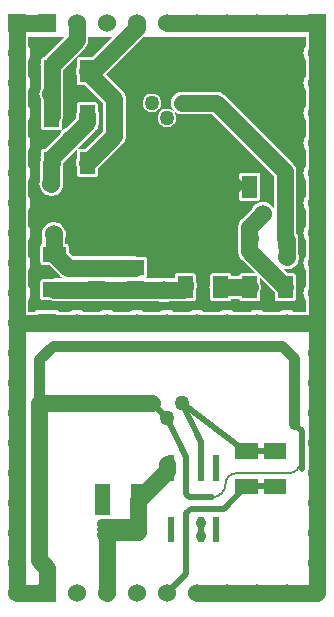
<source format=gtl>
G04 start of page 2 for group 0 idx 0 *
G04 Title: (unknown), component *
G04 Creator: pcb 20140316 *
G04 CreationDate: Fri 08 May 2015 01:38:14 PM GMT UTC *
G04 For: fosse *
G04 Format: Gerber/RS-274X *
G04 PCB-Dimensions (mil): 1250.00 2150.00 *
G04 PCB-Coordinate-Origin: lower left *
%MOIN*%
%FSLAX25Y25*%
%LNTOP*%
%ADD24C,0.0225*%
%ADD23C,0.0380*%
%ADD22C,0.0360*%
%ADD21R,0.2900X0.2900*%
%ADD20R,0.0200X0.0200*%
%ADD19R,0.0512X0.0512*%
%ADD18C,0.0500*%
%ADD17C,0.0600*%
%ADD16C,0.0070*%
%ADD15C,0.0200*%
%ADD14C,0.0150*%
%ADD13C,0.0350*%
%ADD12C,0.0550*%
%ADD11C,0.0001*%
G54D11*G36*
X88095Y124102D02*X89958Y122239D01*
X88095Y122236D01*
Y124102D01*
G37*
G36*
Y162602D02*X96155Y154542D01*
Y143628D01*
X96075Y143822D01*
X95746Y144358D01*
X95337Y144837D01*
X94858Y145246D01*
X94322Y145575D01*
X93740Y145816D01*
X93128Y145963D01*
X92500Y146012D01*
X91872Y145963D01*
X91260Y145816D01*
X90678Y145575D01*
X90142Y145246D01*
X89663Y144837D01*
X89254Y144358D01*
X88925Y143822D01*
X88859Y143662D01*
X88095Y142898D01*
Y146264D01*
X90811Y146269D01*
X90964Y146306D01*
X91109Y146366D01*
X91244Y146448D01*
X91363Y146551D01*
X91466Y146670D01*
X91548Y146805D01*
X91608Y146950D01*
X91645Y147103D01*
X91654Y147260D01*
X91645Y154897D01*
X91608Y155050D01*
X91548Y155195D01*
X91466Y155330D01*
X91363Y155449D01*
X91244Y155552D01*
X91109Y155634D01*
X90964Y155694D01*
X90811Y155731D01*
X90654Y155740D01*
X88095Y155736D01*
Y162602D01*
G37*
G36*
Y201000D02*X90324D01*
X90500Y200986D01*
X90676Y201000D01*
X100324D01*
X100500Y200986D01*
X100676Y201000D01*
X106750D01*
Y197993D01*
X106478Y197549D01*
X106207Y196895D01*
X106042Y196206D01*
X105986Y195500D01*
X106042Y194794D01*
X106207Y194105D01*
X106478Y193451D01*
X106750Y193007D01*
Y187993D01*
X106478Y187549D01*
X106207Y186895D01*
X106042Y186206D01*
X105986Y185500D01*
X106042Y184794D01*
X106207Y184105D01*
X106478Y183451D01*
X106750Y183007D01*
Y177993D01*
X106478Y177549D01*
X106207Y176895D01*
X106042Y176206D01*
X105986Y175500D01*
X106042Y174794D01*
X106207Y174105D01*
X106478Y173451D01*
X106750Y173007D01*
Y167993D01*
X106478Y167549D01*
X106207Y166895D01*
X106042Y166206D01*
X105986Y165500D01*
X106042Y164794D01*
X106207Y164105D01*
X106478Y163451D01*
X106750Y163007D01*
Y157993D01*
X106478Y157549D01*
X106207Y156895D01*
X106042Y156206D01*
X105986Y155500D01*
X106042Y154794D01*
X106207Y154105D01*
X106478Y153451D01*
X106750Y153007D01*
Y147993D01*
X106478Y147549D01*
X106207Y146895D01*
X106042Y146206D01*
X105986Y145500D01*
X106042Y144794D01*
X106207Y144105D01*
X106478Y143451D01*
X106750Y143007D01*
Y137993D01*
X106478Y137549D01*
X106207Y136895D01*
X106042Y136206D01*
X105986Y135500D01*
X106042Y134794D01*
X106207Y134105D01*
X106478Y133451D01*
X106750Y133007D01*
Y127993D01*
X106478Y127549D01*
X106207Y126895D01*
X106042Y126206D01*
X105986Y125500D01*
X106042Y124794D01*
X106207Y124105D01*
X106478Y123451D01*
X106750Y123007D01*
Y117993D01*
X106478Y117549D01*
X106207Y116895D01*
X106042Y116206D01*
X105986Y115500D01*
X106042Y114794D01*
X106207Y114105D01*
X106478Y113451D01*
X106750Y113007D01*
Y109250D01*
X102993D01*
X102549Y109522D01*
X101895Y109793D01*
X101206Y109958D01*
X100500Y110014D01*
X99794Y109958D01*
X99105Y109793D01*
X98451Y109522D01*
X98007Y109250D01*
X92993D01*
X92549Y109522D01*
X91895Y109793D01*
X91206Y109958D01*
X90500Y110014D01*
X89794Y109958D01*
X89105Y109793D01*
X88451Y109522D01*
X88095Y109304D01*
Y112764D01*
X90811Y112769D01*
X90964Y112806D01*
X91109Y112866D01*
X91244Y112948D01*
X91363Y113051D01*
X91466Y113170D01*
X91548Y113305D01*
X91608Y113450D01*
X91645Y113603D01*
X91654Y113760D01*
X91651Y116286D01*
X91672Y116338D01*
X91810Y116912D01*
X91856Y117500D01*
X91810Y118088D01*
X91672Y118662D01*
X91648Y118721D01*
X91646Y120551D01*
X96353Y115844D01*
X96355Y113603D01*
X96392Y113450D01*
X96452Y113305D01*
X96534Y113170D01*
X96637Y113051D01*
X96756Y112948D01*
X96891Y112866D01*
X97036Y112806D01*
X97189Y112769D01*
X97346Y112760D01*
X102621Y112769D01*
X102774Y112806D01*
X102919Y112866D01*
X103054Y112948D01*
X103173Y113051D01*
X103276Y113170D01*
X103358Y113305D01*
X103418Y113450D01*
X103455Y113603D01*
X103464Y113760D01*
X103461Y116285D01*
X103483Y116338D01*
X103620Y116912D01*
X103643Y117291D01*
X103667Y117595D01*
X103620Y118183D01*
X103620Y118183D01*
X103483Y118757D01*
X103458Y118817D01*
X103455Y121397D01*
X103418Y121550D01*
X103358Y121695D01*
X103276Y121830D01*
X103173Y121949D01*
X103054Y122052D01*
X102919Y122134D01*
X102774Y122194D01*
X102621Y122231D01*
X102464Y122240D01*
X100567Y122237D01*
X99020Y123784D01*
X99260Y123684D01*
X99872Y123537D01*
X100500Y123488D01*
X101128Y123537D01*
X101740Y123684D01*
X102322Y123925D01*
X102858Y124254D01*
X103337Y124663D01*
X103746Y125142D01*
X104075Y125678D01*
X104316Y126260D01*
X104463Y126872D01*
X104500Y127500D01*
X104463Y128128D01*
X104316Y128740D01*
X104250Y128899D01*
Y133258D01*
X104262Y133405D01*
X104215Y133993D01*
X104215Y133994D01*
X104077Y134568D01*
X103852Y135113D01*
X103655Y135433D01*
Y155948D01*
X103667Y156095D01*
X103620Y156683D01*
X103620Y156683D01*
X103483Y157257D01*
X103257Y157803D01*
X102948Y158306D01*
X102565Y158755D01*
X102453Y158850D01*
X88095Y173208D01*
Y201000D01*
G37*
G36*
Y109304D02*X88007Y109250D01*
X82993D01*
X82549Y109522D01*
X81895Y109793D01*
X81206Y109958D01*
X80500Y110014D01*
X79794Y109958D01*
X79105Y109793D01*
X78451Y109522D01*
X78007Y109250D01*
X72993D01*
X72549Y109522D01*
X71895Y109793D01*
X71206Y109958D01*
X70500Y110014D01*
X69794Y109958D01*
X69105Y109793D01*
X68451Y109522D01*
X68007Y109250D01*
X62993D01*
X62750Y109399D01*
Y112940D01*
X63460D01*
X63581Y112866D01*
X63726Y112806D01*
X63879Y112769D01*
X64036Y112760D01*
X69311Y112769D01*
X69464Y112806D01*
X69609Y112866D01*
X69744Y112948D01*
X69863Y113051D01*
X69966Y113170D01*
X70048Y113305D01*
X70108Y113450D01*
X70145Y113603D01*
X70154Y113760D01*
X70151Y116286D01*
X70172Y116338D01*
X70310Y116912D01*
X70357Y117500D01*
X70345Y117647D01*
Y118595D01*
X70310Y119183D01*
X70172Y119757D01*
X70147Y119820D01*
X70145Y121397D01*
X70108Y121550D01*
X70048Y121695D01*
X69966Y121830D01*
X69863Y121949D01*
X69744Y122052D01*
X69609Y122134D01*
X69464Y122194D01*
X69311Y122231D01*
X69154Y122240D01*
X67488Y122237D01*
X67183Y122310D01*
X66595Y122356D01*
X66007Y122310D01*
X65689Y122234D01*
X63879Y122231D01*
X63726Y122194D01*
X63581Y122134D01*
X63446Y122052D01*
X63327Y121949D01*
X63224Y121830D01*
X63142Y121695D01*
X63082Y121550D01*
X63045Y121397D01*
X63036Y121240D01*
X63037Y120440D01*
X62750D01*
Y129005D01*
X81657Y129009D01*
X81810Y129046D01*
X81955Y129106D01*
X82090Y129188D01*
X82209Y129291D01*
X82312Y129410D01*
X82394Y129545D01*
X82454Y129690D01*
X82491Y129843D01*
X82500Y130000D01*
X82491Y159157D01*
X82454Y159310D01*
X82394Y159455D01*
X82312Y159590D01*
X82209Y159709D01*
X82090Y159812D01*
X81955Y159894D01*
X81810Y159954D01*
X81657Y159991D01*
X81500Y160000D01*
X62750Y159995D01*
Y171861D01*
X63016Y172172D01*
X63271Y172588D01*
X63457Y173039D01*
X63571Y173514D01*
X63600Y174000D01*
X63571Y174486D01*
X63457Y174961D01*
X63271Y175412D01*
X63016Y175828D01*
X62750Y176139D01*
Y176446D01*
X62840Y176340D01*
X63289Y175957D01*
X63792Y175648D01*
X64338Y175423D01*
X64912Y175285D01*
X65500Y175250D01*
X75447D01*
X88095Y162602D01*
Y155736D01*
X85379Y155731D01*
X85226Y155694D01*
X85081Y155634D01*
X84946Y155552D01*
X84827Y155449D01*
X84724Y155330D01*
X84642Y155195D01*
X84582Y155050D01*
X84545Y154897D01*
X84536Y154740D01*
X84545Y147103D01*
X84582Y146950D01*
X84642Y146805D01*
X84724Y146670D01*
X84827Y146551D01*
X84946Y146448D01*
X85081Y146366D01*
X85226Y146306D01*
X85379Y146269D01*
X85536Y146260D01*
X88095Y146264D01*
Y142898D01*
X85452Y140256D01*
X85340Y140160D01*
X84957Y139711D01*
X84648Y139208D01*
X84423Y138662D01*
X84285Y138088D01*
X84285Y138088D01*
X84238Y137500D01*
X84250Y137353D01*
Y134052D01*
X84238Y133905D01*
X84250Y133758D01*
Y129647D01*
X84238Y129500D01*
X84285Y128912D01*
X84423Y128338D01*
X84648Y127792D01*
X84957Y127289D01*
X84957Y127289D01*
X85340Y126840D01*
X85452Y126744D01*
X88095Y124102D01*
Y122236D01*
X85379Y122231D01*
X85226Y122194D01*
X85081Y122134D01*
X84946Y122052D01*
X84827Y121949D01*
X84724Y121830D01*
X84642Y121695D01*
X84582Y121550D01*
X84545Y121397D01*
X84537Y121250D01*
X81955D01*
X81955Y121397D01*
X81918Y121550D01*
X81858Y121695D01*
X81776Y121830D01*
X81673Y121949D01*
X81554Y122052D01*
X81419Y122134D01*
X81274Y122194D01*
X81121Y122231D01*
X80964Y122240D01*
X75689Y122231D01*
X75536Y122194D01*
X75391Y122134D01*
X75256Y122052D01*
X75137Y121949D01*
X75034Y121830D01*
X74952Y121695D01*
X74892Y121550D01*
X74855Y121397D01*
X74846Y121240D01*
X74849Y118714D01*
X74828Y118662D01*
X74690Y118088D01*
X74644Y117500D01*
X74690Y116912D01*
X74828Y116338D01*
X74852Y116279D01*
X74855Y113603D01*
X74892Y113450D01*
X74952Y113305D01*
X75034Y113170D01*
X75137Y113051D01*
X75256Y112948D01*
X75391Y112866D01*
X75536Y112806D01*
X75689Y112769D01*
X75846Y112760D01*
X81121Y112769D01*
X81274Y112806D01*
X81419Y112866D01*
X81554Y112948D01*
X81673Y113051D01*
X81776Y113170D01*
X81858Y113305D01*
X81918Y113450D01*
X81955Y113603D01*
X81963Y113750D01*
X84545D01*
X84545Y113603D01*
X84582Y113450D01*
X84642Y113305D01*
X84724Y113170D01*
X84827Y113051D01*
X84946Y112948D01*
X85081Y112866D01*
X85226Y112806D01*
X85379Y112769D01*
X85536Y112760D01*
X88095Y112764D01*
Y109304D01*
G37*
G36*
X62750Y201000D02*X70324D01*
X70500Y200986D01*
X70676Y201000D01*
X80324D01*
X80500Y200986D01*
X80676Y201000D01*
X88095D01*
Y173208D01*
X79756Y181548D01*
X79660Y181660D01*
X79211Y182043D01*
X78708Y182352D01*
X78162Y182577D01*
X77588Y182715D01*
X77588Y182715D01*
X77000Y182762D01*
X76853Y182750D01*
X65500D01*
X64912Y182715D01*
X64338Y182577D01*
X63792Y182352D01*
X63289Y182043D01*
X62840Y181660D01*
X62750Y181554D01*
Y201000D01*
G37*
G36*
X27875Y112940D02*X57654D01*
X57678Y112925D01*
X58260Y112684D01*
X58872Y112537D01*
X59500Y112488D01*
X60128Y112537D01*
X60740Y112684D01*
X61322Y112925D01*
X61346Y112940D01*
X62750D01*
Y109399D01*
X62549Y109522D01*
X61895Y109793D01*
X61206Y109958D01*
X60500Y110014D01*
X59794Y109958D01*
X59105Y109793D01*
X58451Y109522D01*
X58007Y109250D01*
X52993D01*
X52549Y109522D01*
X51895Y109793D01*
X51206Y109958D01*
X50500Y110014D01*
X49794Y109958D01*
X49105Y109793D01*
X48451Y109522D01*
X48007Y109250D01*
X42993D01*
X42549Y109522D01*
X41895Y109793D01*
X41206Y109958D01*
X40500Y110014D01*
X39794Y109958D01*
X39105Y109793D01*
X38451Y109522D01*
X38007Y109250D01*
X32993D01*
X32549Y109522D01*
X31895Y109793D01*
X31206Y109958D01*
X30500Y110014D01*
X29794Y109958D01*
X29105Y109793D01*
X28451Y109522D01*
X28007Y109250D01*
X27875D01*
Y112940D01*
G37*
G36*
X55495Y129003D02*X62750Y129005D01*
Y120440D01*
X60223D01*
X60128Y120463D01*
X59500Y120512D01*
X58872Y120463D01*
X58777Y120440D01*
X55495D01*
Y129003D01*
G37*
G36*
Y201000D02*X60324D01*
X60500Y200986D01*
X60676Y201000D01*
X62750D01*
Y181554D01*
X62457Y181211D01*
X62148Y180708D01*
X61923Y180162D01*
X61785Y179588D01*
X61738Y179000D01*
X61785Y178412D01*
X61923Y177838D01*
X62148Y177292D01*
X62457Y176789D01*
X62750Y176446D01*
Y176139D01*
X62699Y176199D01*
X62328Y176516D01*
X61912Y176771D01*
X61461Y176957D01*
X60986Y177071D01*
X60500Y177110D01*
X60014Y177071D01*
X59539Y176957D01*
X59088Y176771D01*
X58672Y176516D01*
X58301Y176199D01*
X57984Y175828D01*
X57729Y175412D01*
X57543Y174961D01*
X57429Y174486D01*
X57390Y174000D01*
X57429Y173514D01*
X57543Y173039D01*
X57729Y172588D01*
X57984Y172172D01*
X58301Y171801D01*
X58672Y171484D01*
X59088Y171229D01*
X59539Y171043D01*
X60014Y170929D01*
X60500Y170890D01*
X60986Y170929D01*
X61461Y171043D01*
X61912Y171229D01*
X62328Y171484D01*
X62699Y171801D01*
X62750Y171861D01*
Y159995D01*
X55495Y159994D01*
Y175891D01*
X55500Y175890D01*
X55986Y175929D01*
X56461Y176043D01*
X56912Y176229D01*
X57328Y176484D01*
X57699Y176801D01*
X58016Y177172D01*
X58271Y177588D01*
X58457Y178039D01*
X58571Y178514D01*
X58600Y179000D01*
X58571Y179486D01*
X58457Y179961D01*
X58271Y180412D01*
X58016Y180828D01*
X57699Y181199D01*
X57328Y181516D01*
X56912Y181771D01*
X56461Y181957D01*
X55986Y182071D01*
X55500Y182110D01*
X55495Y182109D01*
Y201000D01*
G37*
G36*
X27875Y192071D02*X33048Y197244D01*
X33160Y197340D01*
X33543Y197789D01*
X33543Y197789D01*
X33543Y197789D01*
X33852Y198292D01*
X34077Y198838D01*
X34183Y199276D01*
X34215Y199412D01*
Y199412D01*
X34215Y199412D01*
X34262Y200000D01*
X34250Y200147D01*
Y201000D01*
X40324D01*
X40500Y200986D01*
X40676Y201000D01*
X42197D01*
X35435Y194238D01*
X31189Y194231D01*
X31036Y194194D01*
X30891Y194134D01*
X30756Y194052D01*
X30637Y193949D01*
X30534Y193830D01*
X30452Y193695D01*
X30392Y193550D01*
X30355Y193397D01*
X30346Y193240D01*
X30349Y190714D01*
X30328Y190662D01*
X30190Y190088D01*
X30143Y189500D01*
X30190Y188912D01*
X30328Y188338D01*
X30352Y188279D01*
X30355Y185603D01*
X30392Y185450D01*
X30452Y185305D01*
X30534Y185170D01*
X30637Y185051D01*
X30756Y184948D01*
X30891Y184866D01*
X31036Y184806D01*
X31189Y184769D01*
X31346Y184760D01*
X33338Y184764D01*
X39250Y178852D01*
Y169553D01*
X33431Y163735D01*
X31189Y163731D01*
X31036Y163694D01*
X30891Y163634D01*
X30756Y163552D01*
X30637Y163449D01*
X30534Y163330D01*
X30452Y163195D01*
X30392Y163050D01*
X30355Y162897D01*
X30346Y162740D01*
X30349Y160214D01*
X30328Y160162D01*
X30190Y159588D01*
X30143Y159000D01*
X30190Y158412D01*
X30328Y157838D01*
X30352Y157779D01*
X30355Y155103D01*
X30392Y154950D01*
X30452Y154805D01*
X30534Y154670D01*
X30637Y154551D01*
X30756Y154448D01*
X30891Y154366D01*
X31036Y154306D01*
X31189Y154269D01*
X31346Y154260D01*
X36621Y154269D01*
X36774Y154306D01*
X36919Y154366D01*
X37054Y154448D01*
X37173Y154551D01*
X37276Y154670D01*
X37358Y154805D01*
X37418Y154950D01*
X37455Y155103D01*
X37464Y155260D01*
X37462Y157158D01*
X45548Y165244D01*
X45660Y165340D01*
X46043Y165789D01*
X46043Y165789D01*
X46352Y166292D01*
X46577Y166838D01*
X46715Y167412D01*
X46762Y168000D01*
X46750Y168147D01*
Y180258D01*
X46762Y180405D01*
X46715Y180993D01*
X46715Y180994D01*
X46577Y181568D01*
X46577Y181568D01*
X46468Y181832D01*
X46352Y182113D01*
X46352Y182113D01*
X46352Y182113D01*
X46143Y182453D01*
X46043Y182616D01*
X46043Y182616D01*
X46043Y182616D01*
X46043Y182616D01*
X45660Y183065D01*
X45548Y183161D01*
X40256Y188453D01*
X52803Y201000D01*
X55495D01*
Y182109D01*
X55014Y182071D01*
X54539Y181957D01*
X54088Y181771D01*
X53672Y181516D01*
X53301Y181199D01*
X52984Y180828D01*
X52729Y180412D01*
X52543Y179961D01*
X52429Y179486D01*
X52390Y179000D01*
X52429Y178514D01*
X52543Y178039D01*
X52729Y177588D01*
X52984Y177172D01*
X53301Y176801D01*
X53672Y176484D01*
X54088Y176229D01*
X54539Y176043D01*
X55014Y175929D01*
X55495Y175891D01*
Y159994D01*
X43843Y159991D01*
X43690Y159954D01*
X43545Y159894D01*
X43410Y159812D01*
X43291Y159709D01*
X43188Y159590D01*
X43106Y159455D01*
X43046Y159310D01*
X43009Y159157D01*
X43000Y159000D01*
X43009Y129843D01*
X43046Y129690D01*
X43106Y129545D01*
X43188Y129410D01*
X43291Y129291D01*
X43410Y129188D01*
X43545Y129106D01*
X43690Y129046D01*
X43843Y129009D01*
X44000Y129000D01*
X55495Y129003D01*
Y120440D01*
X53334D01*
X53262Y120470D01*
X53137Y120500D01*
X53262Y120530D01*
X53407Y120590D01*
X53542Y120672D01*
X53661Y120775D01*
X53764Y120894D01*
X53846Y121029D01*
X53906Y121174D01*
X53943Y121327D01*
X53952Y121484D01*
X53943Y126759D01*
X53906Y126912D01*
X53846Y127057D01*
X53764Y127192D01*
X53661Y127311D01*
X53542Y127414D01*
X53407Y127496D01*
X53262Y127556D01*
X53109Y127593D01*
X52952Y127602D01*
X51213Y127599D01*
X51162Y127620D01*
X50588Y127758D01*
X50000Y127793D01*
X29010D01*
X27875Y128928D01*
Y161071D01*
X30162Y163359D01*
X30322Y163425D01*
X30858Y163754D01*
X31337Y164163D01*
X31746Y164642D01*
X32075Y165178D01*
X32141Y165338D01*
X36548Y169744D01*
X36577Y169769D01*
X36621Y169769D01*
X36774Y169806D01*
X36919Y169866D01*
X37054Y169948D01*
X37173Y170051D01*
X37276Y170170D01*
X37358Y170305D01*
X37418Y170450D01*
X37455Y170603D01*
X37464Y170760D01*
X37464Y171063D01*
X37577Y171338D01*
X37577Y171338D01*
X37715Y171912D01*
X37762Y172500D01*
X37750Y172647D01*
Y175000D01*
X37715Y175588D01*
X37577Y176162D01*
X37457Y176453D01*
X37455Y178397D01*
X37418Y178550D01*
X37358Y178695D01*
X37276Y178830D01*
X37173Y178949D01*
X37054Y179052D01*
X36919Y179134D01*
X36774Y179194D01*
X36621Y179231D01*
X36464Y179240D01*
X31189Y179231D01*
X31036Y179194D01*
X30891Y179134D01*
X30756Y179052D01*
X30637Y178949D01*
X30534Y178830D01*
X30452Y178695D01*
X30392Y178550D01*
X30355Y178397D01*
X30346Y178240D01*
X30349Y175856D01*
X30285Y175588D01*
X30250Y175000D01*
Y174053D01*
X27875Y171678D01*
Y192071D01*
G37*
G36*
X18542Y173279D02*X18545Y170603D01*
X18582Y170450D01*
X18642Y170305D01*
X18724Y170170D01*
X18827Y170051D01*
X18946Y169948D01*
X19081Y169866D01*
X19226Y169806D01*
X19379Y169769D01*
X19536Y169760D01*
X24811Y169769D01*
X24964Y169806D01*
X25109Y169866D01*
X25244Y169948D01*
X25363Y170051D01*
X25466Y170170D01*
X25548Y170305D01*
X25608Y170450D01*
X25645Y170603D01*
X25654Y170760D01*
X25651Y173286D01*
X25672Y173338D01*
X25810Y173912D01*
X25845Y174500D01*
Y180881D01*
X25963Y181372D01*
X26000Y182000D01*
X25963Y182628D01*
X25845Y183119D01*
Y190042D01*
X27875Y192071D01*
Y171678D01*
X26838Y170641D01*
X26678Y170575D01*
X26142Y170246D01*
X25663Y169837D01*
X25254Y169358D01*
X24925Y168822D01*
X24859Y168662D01*
X19929Y163732D01*
X19379Y163731D01*
X19226Y163694D01*
X19081Y163634D01*
X18946Y163552D01*
X18827Y163449D01*
X18724Y163330D01*
X18642Y163195D01*
X18582Y163050D01*
X18545Y162897D01*
X18536Y162740D01*
X18537Y161805D01*
X18518Y161757D01*
X18380Y161183D01*
X18380Y161183D01*
X18333Y160595D01*
X18345Y160448D01*
Y159745D01*
X18285Y159496D01*
X18285Y159495D01*
X18285Y159494D01*
X18284Y159484D01*
X18238Y158907D01*
X18250Y158759D01*
Y153399D01*
X18184Y153240D01*
X18037Y152628D01*
X17988Y152000D01*
X18037Y151372D01*
X18184Y150760D01*
X18425Y150178D01*
X18754Y149642D01*
X19163Y149163D01*
X19642Y148754D01*
X20178Y148425D01*
X20760Y148184D01*
X21372Y148037D01*
X22000Y147988D01*
X22628Y148037D01*
X23240Y148184D01*
X23822Y148425D01*
X24358Y148754D01*
X24837Y149163D01*
X25246Y149642D01*
X25575Y150178D01*
X25816Y150760D01*
X25963Y151372D01*
X26000Y152000D01*
X25963Y152628D01*
X25816Y153240D01*
X25750Y153399D01*
Y158160D01*
X25810Y158409D01*
X25810Y158410D01*
X25810Y158412D01*
X25811Y158420D01*
X25857Y158998D01*
X25853Y159049D01*
X27875Y161071D01*
Y128928D01*
X27735Y129069D01*
X27731Y131216D01*
X27694Y131369D01*
X27634Y131514D01*
X27552Y131648D01*
X27449Y131768D01*
X27330Y131870D01*
X27195Y131953D01*
X27050Y132013D01*
X26897Y132050D01*
X26740Y132059D01*
X26500Y132059D01*
Y133851D01*
X26566Y134010D01*
X26713Y134622D01*
X26750Y135250D01*
X26713Y135878D01*
X26566Y136490D01*
X26325Y137072D01*
X25996Y137608D01*
X25587Y138087D01*
X25108Y138496D01*
X24572Y138825D01*
X23990Y139066D01*
X23378Y139213D01*
X22750Y139262D01*
X22122Y139213D01*
X21510Y139066D01*
X20928Y138825D01*
X20392Y138496D01*
X19913Y138087D01*
X19504Y137608D01*
X19175Y137072D01*
X18934Y136490D01*
X18787Y135878D01*
X18738Y135250D01*
X18787Y134622D01*
X18934Y134010D01*
X19000Y133851D01*
Y132025D01*
X18950Y132013D01*
X18805Y131953D01*
X18670Y131870D01*
X18551Y131768D01*
X18448Y131648D01*
X18366Y131514D01*
X18306Y131369D01*
X18269Y131216D01*
X18260Y131059D01*
X18269Y125784D01*
X18306Y125631D01*
X18366Y125485D01*
X18448Y125351D01*
X18551Y125232D01*
X18670Y125129D01*
X18805Y125047D01*
X18950Y124987D01*
X19103Y124950D01*
X19260Y124941D01*
X21253Y124943D01*
X24701Y121495D01*
X24797Y121383D01*
X25245Y121000D01*
X25246Y121000D01*
X25246Y121000D01*
X25246Y121000D01*
X25497Y120846D01*
X25749Y120691D01*
X25749Y120691D01*
X25749Y120691D01*
X26051Y120566D01*
X26294Y120466D01*
X26294Y120465D01*
X26294Y120465D01*
X26400Y120440D01*
X23000D01*
X22412Y120405D01*
X21838Y120267D01*
X21778Y120243D01*
X19103Y120240D01*
X18950Y120203D01*
X18805Y120143D01*
X18670Y120060D01*
X18551Y119958D01*
X18448Y119838D01*
X18366Y119704D01*
X18306Y119559D01*
X18269Y119406D01*
X18260Y119249D01*
X18269Y113974D01*
X18306Y113821D01*
X18366Y113675D01*
X18448Y113541D01*
X18551Y113422D01*
X18670Y113319D01*
X18805Y113237D01*
X18950Y113177D01*
X19103Y113140D01*
X19260Y113131D01*
X21786Y113134D01*
X21838Y113113D01*
X22412Y112975D01*
X23000Y112940D01*
X27875D01*
Y109250D01*
X24800D01*
X24717Y109384D01*
X24564Y109564D01*
X24384Y109717D01*
X24183Y109841D01*
X23965Y109931D01*
X23735Y109986D01*
X23500Y110000D01*
X17265Y109986D01*
X17035Y109931D01*
X16817Y109841D01*
X16616Y109717D01*
X16436Y109564D01*
X16283Y109384D01*
X16200Y109250D01*
X14250D01*
Y113007D01*
X14522Y113451D01*
X14793Y114105D01*
X14958Y114794D01*
X15000Y115500D01*
X14958Y116206D01*
X14793Y116895D01*
X14522Y117549D01*
X14250Y117993D01*
Y123007D01*
X14522Y123451D01*
X14793Y124105D01*
X14958Y124794D01*
X15000Y125500D01*
X14958Y126206D01*
X14793Y126895D01*
X14522Y127549D01*
X14250Y127993D01*
Y133007D01*
X14522Y133451D01*
X14793Y134105D01*
X14958Y134794D01*
X15000Y135500D01*
X14958Y136206D01*
X14793Y136895D01*
X14522Y137549D01*
X14250Y137993D01*
Y143007D01*
X14522Y143451D01*
X14793Y144105D01*
X14958Y144794D01*
X15000Y145500D01*
X14958Y146206D01*
X14793Y146895D01*
X14522Y147549D01*
X14250Y147993D01*
Y153007D01*
X14522Y153451D01*
X14793Y154105D01*
X14958Y154794D01*
X15000Y155500D01*
X14958Y156206D01*
X14793Y156895D01*
X14522Y157549D01*
X14250Y157993D01*
Y163007D01*
X14522Y163451D01*
X14793Y164105D01*
X14958Y164794D01*
X15000Y165500D01*
X14958Y166206D01*
X14793Y166895D01*
X14522Y167549D01*
X14250Y167993D01*
Y173007D01*
X14522Y173451D01*
X14793Y174105D01*
X14958Y174794D01*
X15000Y175500D01*
X14958Y176206D01*
X14793Y176895D01*
X14522Y177549D01*
X14250Y177993D01*
Y183007D01*
X14522Y183451D01*
X14793Y184105D01*
X14958Y184794D01*
X15000Y185500D01*
X14958Y186206D01*
X14793Y186895D01*
X14522Y187549D01*
X14250Y187993D01*
Y193007D01*
X14522Y193451D01*
X14793Y194105D01*
X14958Y194794D01*
X15000Y195500D01*
X14958Y196206D01*
X14793Y196895D01*
X14522Y197549D01*
X14250Y197993D01*
Y201000D01*
X26197D01*
X19547Y194350D01*
X19435Y194255D01*
X19415Y194231D01*
X19379Y194231D01*
X19226Y194194D01*
X19081Y194134D01*
X18946Y194052D01*
X18827Y193949D01*
X18724Y193830D01*
X18642Y193695D01*
X18582Y193550D01*
X18545Y193397D01*
X18536Y193240D01*
X18537Y192803D01*
X18518Y192757D01*
X18380Y192183D01*
X18380Y192183D01*
X18333Y191595D01*
X18345Y191448D01*
Y183628D01*
X18184Y183240D01*
X18037Y182628D01*
X17988Y182000D01*
X18037Y181372D01*
X18184Y180760D01*
X18345Y180372D01*
Y174500D01*
X18380Y173912D01*
X18518Y173338D01*
X18542Y173279D01*
G37*
G36*
X50500Y154500D02*X68500D01*
Y129000D01*
X50500D01*
Y154500D01*
G37*
G36*
X84000Y155000D02*Y154500D01*
X87000Y151500D01*
X84000Y148500D01*
Y155000D01*
G37*
G36*
X42500Y160500D02*X83000D01*
Y128500D01*
X42500D01*
Y160500D01*
G37*
G54D12*X78405Y117500D02*X88095D01*
X23000Y116690D02*X65785D01*
X66595Y117500D01*
Y118595D01*
X50000Y124043D02*X27457D01*
X23000Y128500D01*
X10500Y105500D02*X110500D01*
X22095Y160595D02*X34000Y172500D01*
Y175000D01*
X33905Y159000D02*X34000D01*
X43000Y168000D01*
Y180405D01*
X33905Y189500D01*
X50500Y205500D02*Y204000D01*
X34952Y188452D01*
X22095Y189500D02*Y174500D01*
Y189000D02*Y191595D01*
X30500Y200000D01*
Y205500D01*
X20500D02*X10500D01*
X99905Y156095D02*X77000Y179000D01*
X110500Y205500D02*X60500D01*
X65500Y179000D02*X77000D01*
X99905Y117595D02*X88000Y129500D01*
X100500Y127500D02*Y133405D01*
X99905Y134000D01*
Y156095D01*
X88000Y129500D02*Y133905D01*
X88095Y134000D01*
X88000D02*Y137500D01*
X92500Y142000D01*
X99905Y117500D02*Y117595D01*
X110500Y15500D02*Y205500D01*
X22000Y152000D02*Y158905D01*
X22095Y159000D01*
Y160595D01*
X22750Y128750D02*Y135250D01*
X10500Y15500D02*Y205500D01*
X40500Y15500D02*Y36500D01*
X51000Y36000D02*Y46655D01*
X50905Y46750D01*
G54D13*X39000Y38500D02*X51000D01*
X39000Y35000D02*X50000D01*
X39000Y37000D02*X51000Y36000D01*
X20500Y15500D02*Y23500D01*
G54D12*X10500Y15500D02*X20500D01*
G54D13*Y23500D02*X18000Y26000D01*
G54D12*X20500Y24000D02*Y17000D01*
X18000Y26500D02*X20500Y24000D01*
X18000Y79000D02*Y26500D01*
X55500Y79000D02*X18000D01*
G54D14*X67000Y36750D03*
G54D15*Y42250D02*X68500Y43750D01*
X79646D01*
X67000Y42250D02*X67250Y42500D01*
X62000Y17000D02*X60500Y15500D01*
G54D12*X70500D02*X110500D01*
G54D15*X60500D02*X67000Y22000D01*
Y42250D02*Y22000D01*
X87000Y51104D02*X93147D01*
X79646Y43750D02*X87000Y51104D01*
G54D16*X83500Y55500D02*X101500D01*
G54D15*X75500Y47500D02*X68000D01*
X67000Y48500D01*
G54D16*X105000Y59500D02*G75*G02X101000Y55500I-4000J0D01*G01*
X83500D02*G75*G03X80000Y52000I0J-3500D01*G01*
G75*G02X75500Y47500I-4500J0D01*G01*
G54D17*X10500Y125500D03*
Y115500D03*
Y105500D03*
Y95500D03*
Y85500D03*
G54D11*G36*
X17500Y108500D02*Y102500D01*
X23500D01*
Y108500D01*
X17500D01*
G37*
G54D17*X30500Y105500D03*
X110500Y155500D03*
Y145500D03*
Y135500D03*
Y125500D03*
Y115500D03*
Y105500D03*
Y95500D03*
Y85500D03*
Y75500D03*
Y65500D03*
Y55500D03*
Y45500D03*
Y35500D03*
Y25500D03*
Y15500D03*
X10500Y75500D03*
Y65500D03*
Y55500D03*
Y45500D03*
Y35500D03*
Y25500D03*
Y15500D03*
G54D11*G36*
X17500Y18500D02*Y12500D01*
X23500D01*
Y18500D01*
X17500D01*
G37*
G54D17*X40500Y105500D03*
X50500D03*
X60500D03*
X70500D03*
X80500D03*
X90500D03*
X100500D03*
X30500Y15500D03*
X40500D03*
X50500D03*
X60500D03*
X70500D03*
X80500D03*
X90500D03*
X100500D03*
G54D18*X55500Y79000D03*
X65500D03*
X60500Y74000D03*
G54D17*X10500Y175500D03*
Y165500D03*
Y155500D03*
Y145500D03*
G54D11*G36*
X7500Y208500D02*Y202500D01*
X13500D01*
Y208500D01*
X7500D01*
G37*
G54D17*X10500Y195500D03*
Y185500D03*
Y135500D03*
G54D11*G36*
X17500Y208500D02*Y202500D01*
X23500D01*
Y208500D01*
X17500D01*
G37*
G54D17*X30500Y205500D03*
G54D18*X55500Y179000D03*
X65500D03*
X60500Y174000D03*
G54D17*X40500Y205500D03*
X50500D03*
X60500D03*
X70500D03*
X80500D03*
X90500D03*
G54D11*G36*
X107500Y208500D02*Y202500D01*
X113500D01*
Y208500D01*
X107500D01*
G37*
G54D17*X110500Y195500D03*
Y185500D03*
Y175500D03*
Y165500D03*
X100500Y205500D03*
G54D19*X99905Y118681D02*Y116319D01*
G54D13*X99000Y98000D02*X103000Y94000D01*
G54D19*X78405Y118681D02*Y116319D01*
X88095Y135181D02*Y132819D01*
Y152181D02*Y149819D01*
X99905Y152181D02*Y149819D01*
X39095Y49505D02*Y43995D01*
X50905Y49505D02*Y43995D01*
X88095Y118681D02*Y116319D01*
X85819Y62914D02*X88181D01*
X85819Y51104D02*X88181D01*
X99905Y135181D02*Y132819D01*
X95319Y62905D02*X97681D01*
G54D13*X103000Y94000D02*Y72000D01*
G54D15*X87000Y62914D02*X96491D01*
X103000Y72000D02*X105500Y69500D01*
G54D16*X83500Y55500D02*X101500D01*
G54D15*X105500Y69500D02*Y57000D01*
X60500Y74000D02*X67000Y61000D01*
X55500Y79000D02*X60500Y74000D01*
X65500Y79000D02*X86500Y62914D01*
X65500Y79000D02*X72000Y66000D01*
G54D20*X77000Y60500D02*Y54000D01*
X72000Y60500D02*Y54000D01*
X67000Y60500D02*Y54000D01*
X62000Y60500D02*Y54000D01*
G54D15*X67000Y61000D02*Y57500D01*
X72000Y66000D02*Y57500D01*
G54D19*X95319Y51095D02*X97681D01*
G54D20*X62000Y40000D02*Y33500D01*
X67000Y40000D02*Y33500D01*
X72000Y40000D02*Y33500D01*
X77000Y40000D02*Y33500D01*
G54D12*X50905Y46750D02*X60500Y56345D01*
G54D15*X67000Y48500D02*X68000Y47500D01*
G54D12*X60500Y58500D02*Y56345D01*
G54D15*X67000Y57250D02*Y48500D01*
X68000Y47500D02*X75500D01*
G54D19*X22095Y175681D02*Y173319D01*
Y160181D02*Y157819D01*
X33905Y175681D02*Y173319D01*
Y190681D02*Y188319D01*
Y160181D02*Y157819D01*
X22095Y190681D02*Y188319D01*
G54D13*X18000Y93500D02*Y26000D01*
G54D19*X66595Y118681D02*Y116319D01*
X21819Y128500D02*X24181D01*
X21819Y116690D02*X24181D01*
X36607Y124043D02*X37393D01*
X36607Y116957D02*X37393D01*
X49607Y124043D02*X50393D01*
X49607Y116957D02*X50393D01*
G54D13*X22500Y98000D02*X99000D01*
X18000Y93500D02*X22500Y98000D01*
G54D21*X58500Y144500D02*X67000D01*
G54D12*X18000Y79000D02*X55500D01*
G54D22*X72000Y39000D03*
X39000Y35000D03*
Y38500D03*
X72000Y34500D03*
X39000Y44000D03*
Y49500D03*
X56000Y147500D03*
X60000D03*
X64000D03*
Y143500D03*
X60000D03*
X56000D03*
X64000Y151500D03*
X60000D03*
X56000D03*
G54D17*X22000Y152000D03*
Y182000D03*
X28500Y167000D03*
G54D22*X56000Y139500D03*
Y135500D03*
X60000Y139500D03*
Y135500D03*
G54D17*X59500Y116500D03*
G54D22*X64000Y139500D03*
G54D17*X100500Y127500D03*
X92500Y142000D03*
G54D22*X64000Y135500D03*
G54D17*X22750Y135250D03*
G54D15*G54D13*G54D15*G54D13*G54D15*G54D13*G54D15*G54D13*G54D23*G54D24*G54D23*G54D24*G54D23*M02*

</source>
